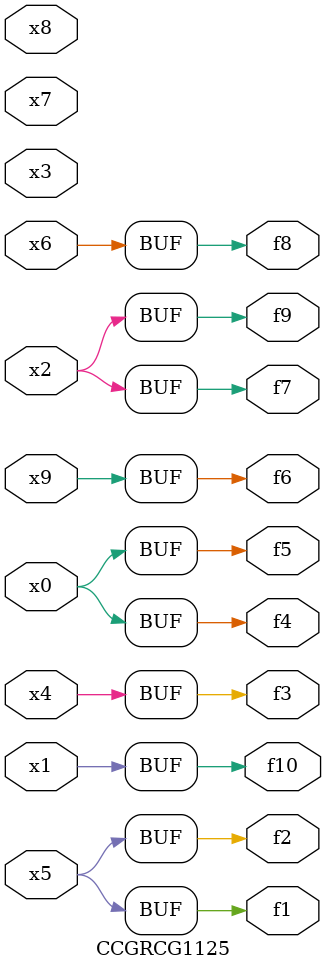
<source format=v>
module CCGRCG1125(
	input x0, x1, x2, x3, x4, x5, x6, x7, x8, x9,
	output f1, f2, f3, f4, f5, f6, f7, f8, f9, f10
);
	assign f1 = x5;
	assign f2 = x5;
	assign f3 = x4;
	assign f4 = x0;
	assign f5 = x0;
	assign f6 = x9;
	assign f7 = x2;
	assign f8 = x6;
	assign f9 = x2;
	assign f10 = x1;
endmodule

</source>
